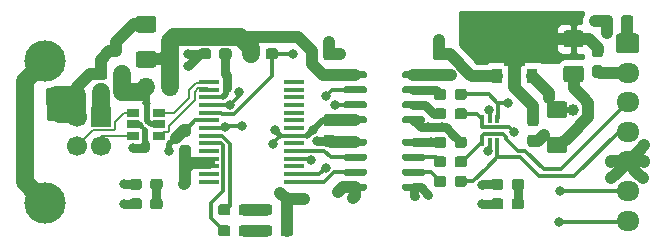
<source format=gbr>
G04 #@! TF.GenerationSoftware,KiCad,Pcbnew,(5.1.7)-1*
G04 #@! TF.CreationDate,2020-10-20T19:41:26+02:00*
G04 #@! TF.ProjectId,EQMOD_DIRECT_Isolated,45514d4f-445f-4444-9952-4543545f4973,rev?*
G04 #@! TF.SameCoordinates,Original*
G04 #@! TF.FileFunction,Copper,L1,Top*
G04 #@! TF.FilePolarity,Positive*
%FSLAX46Y46*%
G04 Gerber Fmt 4.6, Leading zero omitted, Abs format (unit mm)*
G04 Created by KiCad (PCBNEW (5.1.7)-1) date 2020-10-20 19:41:26*
%MOMM*%
%LPD*%
G01*
G04 APERTURE LIST*
G04 #@! TA.AperFunction,ComponentPad*
%ADD10O,1.950000X1.700000*%
G04 #@! TD*
G04 #@! TA.AperFunction,SMDPad,CuDef*
%ADD11R,0.900000X1.300000*%
G04 #@! TD*
G04 #@! TA.AperFunction,SMDPad,CuDef*
%ADD12C,0.100000*%
G04 #@! TD*
G04 #@! TA.AperFunction,ComponentPad*
%ADD13R,1.700000X1.700000*%
G04 #@! TD*
G04 #@! TA.AperFunction,ComponentPad*
%ADD14C,1.700000*%
G04 #@! TD*
G04 #@! TA.AperFunction,ComponentPad*
%ADD15C,3.500000*%
G04 #@! TD*
G04 #@! TA.AperFunction,SMDPad,CuDef*
%ADD16R,1.750000X0.450000*%
G04 #@! TD*
G04 #@! TA.AperFunction,SMDPad,CuDef*
%ADD17R,1.060000X0.650000*%
G04 #@! TD*
G04 #@! TA.AperFunction,SMDPad,CuDef*
%ADD18R,0.400000X0.650000*%
G04 #@! TD*
G04 #@! TA.AperFunction,ViaPad*
%ADD19C,0.800000*%
G04 #@! TD*
G04 #@! TA.AperFunction,ViaPad*
%ADD20C,1.000000*%
G04 #@! TD*
G04 #@! TA.AperFunction,Conductor*
%ADD21C,0.500000*%
G04 #@! TD*
G04 #@! TA.AperFunction,Conductor*
%ADD22C,1.500000*%
G04 #@! TD*
G04 #@! TA.AperFunction,Conductor*
%ADD23C,1.000000*%
G04 #@! TD*
G04 #@! TA.AperFunction,Conductor*
%ADD24C,0.300000*%
G04 #@! TD*
G04 #@! TA.AperFunction,Conductor*
%ADD25C,0.750000*%
G04 #@! TD*
G04 #@! TA.AperFunction,Conductor*
%ADD26C,0.200000*%
G04 #@! TD*
G04 #@! TA.AperFunction,Conductor*
%ADD27C,0.254000*%
G04 #@! TD*
G04 #@! TA.AperFunction,Conductor*
%ADD28C,0.100000*%
G04 #@! TD*
G04 APERTURE END LIST*
D10*
X144907000Y-107837000D03*
X144907000Y-105337000D03*
X144907000Y-102837000D03*
X144907000Y-100337000D03*
X144907000Y-97837000D03*
X144907000Y-95337000D03*
G04 #@! TA.AperFunction,ComponentPad*
G36*
G01*
X144182000Y-91987000D02*
X145632000Y-91987000D01*
G75*
G02*
X145882000Y-92237000I0J-250000D01*
G01*
X145882000Y-93437000D01*
G75*
G02*
X145632000Y-93687000I-250000J0D01*
G01*
X144182000Y-93687000D01*
G75*
G02*
X143932000Y-93437000I0J250000D01*
G01*
X143932000Y-92237000D01*
G75*
G02*
X144182000Y-91987000I250000J0D01*
G01*
G37*
G04 #@! TD.AperFunction*
G04 #@! TA.AperFunction,SMDPad,CuDef*
G36*
G01*
X142604000Y-91169500D02*
X142604000Y-90694500D01*
G75*
G02*
X142841500Y-90457000I237500J0D01*
G01*
X143416500Y-90457000D01*
G75*
G02*
X143654000Y-90694500I0J-237500D01*
G01*
X143654000Y-91169500D01*
G75*
G02*
X143416500Y-91407000I-237500J0D01*
G01*
X142841500Y-91407000D01*
G75*
G02*
X142604000Y-91169500I0J237500D01*
G01*
G37*
G04 #@! TD.AperFunction*
G04 #@! TA.AperFunction,SMDPad,CuDef*
G36*
G01*
X144354000Y-91169500D02*
X144354000Y-90694500D01*
G75*
G02*
X144591500Y-90457000I237500J0D01*
G01*
X145166500Y-90457000D01*
G75*
G02*
X145404000Y-90694500I0J-237500D01*
G01*
X145404000Y-91169500D01*
G75*
G02*
X145166500Y-91407000I-237500J0D01*
G01*
X144591500Y-91407000D01*
G75*
G02*
X144354000Y-91169500I0J237500D01*
G01*
G37*
G04 #@! TD.AperFunction*
G04 #@! TA.AperFunction,SMDPad,CuDef*
G36*
G01*
X142129500Y-92947000D02*
X142604500Y-92947000D01*
G75*
G02*
X142842000Y-93184500I0J-237500D01*
G01*
X142842000Y-93759500D01*
G75*
G02*
X142604500Y-93997000I-237500J0D01*
G01*
X142129500Y-93997000D01*
G75*
G02*
X141892000Y-93759500I0J237500D01*
G01*
X141892000Y-93184500D01*
G75*
G02*
X142129500Y-92947000I237500J0D01*
G01*
G37*
G04 #@! TD.AperFunction*
G04 #@! TA.AperFunction,SMDPad,CuDef*
G36*
G01*
X142129500Y-94697000D02*
X142604500Y-94697000D01*
G75*
G02*
X142842000Y-94934500I0J-237500D01*
G01*
X142842000Y-95509500D01*
G75*
G02*
X142604500Y-95747000I-237500J0D01*
G01*
X142129500Y-95747000D01*
G75*
G02*
X141892000Y-95509500I0J237500D01*
G01*
X141892000Y-94934500D01*
G75*
G02*
X142129500Y-94697000I237500J0D01*
G01*
G37*
G04 #@! TD.AperFunction*
D11*
X133818500Y-95591500D03*
X136818500Y-95591500D03*
G04 #@! TA.AperFunction,SMDPad,CuDef*
D12*
G36*
X136185000Y-91641500D02*
G01*
X136185000Y-94766500D01*
X135768500Y-94766500D01*
X135768500Y-96241500D01*
X134868500Y-96241500D01*
X134868500Y-94766500D01*
X134452000Y-94766500D01*
X134452000Y-91641500D01*
X136185000Y-91641500D01*
G37*
G04 #@! TD.AperFunction*
D13*
X100330000Y-99060000D03*
D14*
X100330000Y-101560000D03*
X98330000Y-101560000D03*
X98330000Y-99060000D03*
D15*
X95620000Y-94290000D03*
X95620000Y-106330000D03*
D16*
X116630000Y-104555000D03*
X116630000Y-103905000D03*
X116630000Y-103255000D03*
X116630000Y-102605000D03*
X116630000Y-101955000D03*
X116630000Y-101305000D03*
X116630000Y-100655000D03*
X116630000Y-100005000D03*
X116630000Y-99355000D03*
X116630000Y-98705000D03*
X116630000Y-98055000D03*
X116630000Y-97405000D03*
X116630000Y-96755000D03*
X116630000Y-96105000D03*
X109430000Y-96105000D03*
X109430000Y-96755000D03*
X109430000Y-97405000D03*
X109430000Y-98055000D03*
X109430000Y-98705000D03*
X109430000Y-99355000D03*
X109430000Y-100005000D03*
X109430000Y-100655000D03*
X109430000Y-101305000D03*
X109430000Y-101955000D03*
X109430000Y-102605000D03*
X109430000Y-103255000D03*
X109430000Y-103905000D03*
X109430000Y-104555000D03*
G04 #@! TA.AperFunction,SMDPad,CuDef*
G36*
G01*
X102593600Y-95215700D02*
X102593600Y-95690700D01*
G75*
G02*
X102356100Y-95928200I-237500J0D01*
G01*
X101781100Y-95928200D01*
G75*
G02*
X101543600Y-95690700I0J237500D01*
G01*
X101543600Y-95215700D01*
G75*
G02*
X101781100Y-94978200I237500J0D01*
G01*
X102356100Y-94978200D01*
G75*
G02*
X102593600Y-95215700I0J-237500D01*
G01*
G37*
G04 #@! TD.AperFunction*
G04 #@! TA.AperFunction,SMDPad,CuDef*
G36*
G01*
X100843600Y-95215700D02*
X100843600Y-95690700D01*
G75*
G02*
X100606100Y-95928200I-237500J0D01*
G01*
X100031100Y-95928200D01*
G75*
G02*
X99793600Y-95690700I0J237500D01*
G01*
X99793600Y-95215700D01*
G75*
G02*
X100031100Y-94978200I237500J0D01*
G01*
X100606100Y-94978200D01*
G75*
G02*
X100843600Y-95215700I0J-237500D01*
G01*
G37*
G04 #@! TD.AperFunction*
G04 #@! TA.AperFunction,SMDPad,CuDef*
G36*
G01*
X104490000Y-106663500D02*
X104490000Y-106188500D01*
G75*
G02*
X104727500Y-105951000I237500J0D01*
G01*
X105302500Y-105951000D01*
G75*
G02*
X105540000Y-106188500I0J-237500D01*
G01*
X105540000Y-106663500D01*
G75*
G02*
X105302500Y-106901000I-237500J0D01*
G01*
X104727500Y-106901000D01*
G75*
G02*
X104490000Y-106663500I0J237500D01*
G01*
G37*
G04 #@! TD.AperFunction*
G04 #@! TA.AperFunction,SMDPad,CuDef*
G36*
G01*
X102740000Y-106663500D02*
X102740000Y-106188500D01*
G75*
G02*
X102977500Y-105951000I237500J0D01*
G01*
X103552500Y-105951000D01*
G75*
G02*
X103790000Y-106188500I0J-237500D01*
G01*
X103790000Y-106663500D01*
G75*
G02*
X103552500Y-106901000I-237500J0D01*
G01*
X102977500Y-106901000D01*
G75*
G02*
X102740000Y-106663500I0J237500D01*
G01*
G37*
G04 #@! TD.AperFunction*
G04 #@! TA.AperFunction,SMDPad,CuDef*
G36*
G01*
X105540000Y-104537500D02*
X105540000Y-105012500D01*
G75*
G02*
X105302500Y-105250000I-237500J0D01*
G01*
X104727500Y-105250000D01*
G75*
G02*
X104490000Y-105012500I0J237500D01*
G01*
X104490000Y-104537500D01*
G75*
G02*
X104727500Y-104300000I237500J0D01*
G01*
X105302500Y-104300000D01*
G75*
G02*
X105540000Y-104537500I0J-237500D01*
G01*
G37*
G04 #@! TD.AperFunction*
G04 #@! TA.AperFunction,SMDPad,CuDef*
G36*
G01*
X103790000Y-104537500D02*
X103790000Y-105012500D01*
G75*
G02*
X103552500Y-105250000I-237500J0D01*
G01*
X102977500Y-105250000D01*
G75*
G02*
X102740000Y-105012500I0J237500D01*
G01*
X102740000Y-104537500D01*
G75*
G02*
X102977500Y-104300000I237500J0D01*
G01*
X103552500Y-104300000D01*
G75*
G02*
X103790000Y-104537500I0J-237500D01*
G01*
G37*
G04 #@! TD.AperFunction*
G04 #@! TA.AperFunction,SMDPad,CuDef*
G36*
G01*
X104765000Y-94910000D02*
X103515000Y-94910000D01*
G75*
G02*
X103265000Y-94660000I0J250000D01*
G01*
X103265000Y-93735000D01*
G75*
G02*
X103515000Y-93485000I250000J0D01*
G01*
X104765000Y-93485000D01*
G75*
G02*
X105015000Y-93735000I0J-250000D01*
G01*
X105015000Y-94660000D01*
G75*
G02*
X104765000Y-94910000I-250000J0D01*
G01*
G37*
G04 #@! TD.AperFunction*
G04 #@! TA.AperFunction,SMDPad,CuDef*
G36*
G01*
X104765000Y-91935000D02*
X103515000Y-91935000D01*
G75*
G02*
X103265000Y-91685000I0J250000D01*
G01*
X103265000Y-90760000D01*
G75*
G02*
X103515000Y-90510000I250000J0D01*
G01*
X104765000Y-90510000D01*
G75*
G02*
X105015000Y-90760000I0J-250000D01*
G01*
X105015000Y-91685000D01*
G75*
G02*
X104765000Y-91935000I-250000J0D01*
G01*
G37*
G04 #@! TD.AperFunction*
G04 #@! TA.AperFunction,SMDPad,CuDef*
G36*
G01*
X109632000Y-93488500D02*
X109632000Y-93963500D01*
G75*
G02*
X109394500Y-94201000I-237500J0D01*
G01*
X108819500Y-94201000D01*
G75*
G02*
X108582000Y-93963500I0J237500D01*
G01*
X108582000Y-93488500D01*
G75*
G02*
X108819500Y-93251000I237500J0D01*
G01*
X109394500Y-93251000D01*
G75*
G02*
X109632000Y-93488500I0J-237500D01*
G01*
G37*
G04 #@! TD.AperFunction*
G04 #@! TA.AperFunction,SMDPad,CuDef*
G36*
G01*
X111382000Y-93488500D02*
X111382000Y-93963500D01*
G75*
G02*
X111144500Y-94201000I-237500J0D01*
G01*
X110569500Y-94201000D01*
G75*
G02*
X110332000Y-93963500I0J237500D01*
G01*
X110332000Y-93488500D01*
G75*
G02*
X110569500Y-93251000I237500J0D01*
G01*
X111144500Y-93251000D01*
G75*
G02*
X111382000Y-93488500I0J-237500D01*
G01*
G37*
G04 #@! TD.AperFunction*
G04 #@! TA.AperFunction,SMDPad,CuDef*
G36*
G01*
X107204500Y-99692000D02*
X107679500Y-99692000D01*
G75*
G02*
X107917000Y-99929500I0J-237500D01*
G01*
X107917000Y-100504500D01*
G75*
G02*
X107679500Y-100742000I-237500J0D01*
G01*
X107204500Y-100742000D01*
G75*
G02*
X106967000Y-100504500I0J237500D01*
G01*
X106967000Y-99929500D01*
G75*
G02*
X107204500Y-99692000I237500J0D01*
G01*
G37*
G04 #@! TD.AperFunction*
G04 #@! TA.AperFunction,SMDPad,CuDef*
G36*
G01*
X107204500Y-101442000D02*
X107679500Y-101442000D01*
G75*
G02*
X107917000Y-101679500I0J-237500D01*
G01*
X107917000Y-102254500D01*
G75*
G02*
X107679500Y-102492000I-237500J0D01*
G01*
X107204500Y-102492000D01*
G75*
G02*
X106967000Y-102254500I0J237500D01*
G01*
X106967000Y-101679500D01*
G75*
G02*
X107204500Y-101442000I237500J0D01*
G01*
G37*
G04 #@! TD.AperFunction*
G04 #@! TA.AperFunction,SMDPad,CuDef*
G36*
G01*
X136668500Y-100567000D02*
X137143500Y-100567000D01*
G75*
G02*
X137381000Y-100804500I0J-237500D01*
G01*
X137381000Y-101379500D01*
G75*
G02*
X137143500Y-101617000I-237500J0D01*
G01*
X136668500Y-101617000D01*
G75*
G02*
X136431000Y-101379500I0J237500D01*
G01*
X136431000Y-100804500D01*
G75*
G02*
X136668500Y-100567000I237500J0D01*
G01*
G37*
G04 #@! TD.AperFunction*
G04 #@! TA.AperFunction,SMDPad,CuDef*
G36*
G01*
X136668500Y-98817000D02*
X137143500Y-98817000D01*
G75*
G02*
X137381000Y-99054500I0J-237500D01*
G01*
X137381000Y-99629500D01*
G75*
G02*
X137143500Y-99867000I-237500J0D01*
G01*
X136668500Y-99867000D01*
G75*
G02*
X136431000Y-99629500I0J237500D01*
G01*
X136431000Y-99054500D01*
G75*
G02*
X136668500Y-98817000I237500J0D01*
G01*
G37*
G04 #@! TD.AperFunction*
G04 #@! TA.AperFunction,SMDPad,CuDef*
G36*
G01*
X133347000Y-106663500D02*
X133347000Y-106188500D01*
G75*
G02*
X133584500Y-105951000I237500J0D01*
G01*
X134159500Y-105951000D01*
G75*
G02*
X134397000Y-106188500I0J-237500D01*
G01*
X134397000Y-106663500D01*
G75*
G02*
X134159500Y-106901000I-237500J0D01*
G01*
X133584500Y-106901000D01*
G75*
G02*
X133347000Y-106663500I0J237500D01*
G01*
G37*
G04 #@! TD.AperFunction*
G04 #@! TA.AperFunction,SMDPad,CuDef*
G36*
G01*
X135097000Y-106663500D02*
X135097000Y-106188500D01*
G75*
G02*
X135334500Y-105951000I237500J0D01*
G01*
X135909500Y-105951000D01*
G75*
G02*
X136147000Y-106188500I0J-237500D01*
G01*
X136147000Y-106663500D01*
G75*
G02*
X135909500Y-106901000I-237500J0D01*
G01*
X135334500Y-106901000D01*
G75*
G02*
X135097000Y-106663500I0J237500D01*
G01*
G37*
G04 #@! TD.AperFunction*
G04 #@! TA.AperFunction,SMDPad,CuDef*
G36*
G01*
X111983000Y-108949500D02*
X111983000Y-108474500D01*
G75*
G02*
X112220500Y-108237000I237500J0D01*
G01*
X112795500Y-108237000D01*
G75*
G02*
X113033000Y-108474500I0J-237500D01*
G01*
X113033000Y-108949500D01*
G75*
G02*
X112795500Y-109187000I-237500J0D01*
G01*
X112220500Y-109187000D01*
G75*
G02*
X111983000Y-108949500I0J237500D01*
G01*
G37*
G04 #@! TD.AperFunction*
G04 #@! TA.AperFunction,SMDPad,CuDef*
G36*
G01*
X110233000Y-108949500D02*
X110233000Y-108474500D01*
G75*
G02*
X110470500Y-108237000I237500J0D01*
G01*
X111045500Y-108237000D01*
G75*
G02*
X111283000Y-108474500I0J-237500D01*
G01*
X111283000Y-108949500D01*
G75*
G02*
X111045500Y-109187000I-237500J0D01*
G01*
X110470500Y-109187000D01*
G75*
G02*
X110233000Y-108949500I0J237500D01*
G01*
G37*
G04 #@! TD.AperFunction*
G04 #@! TA.AperFunction,SMDPad,CuDef*
G36*
G01*
X110233000Y-107171500D02*
X110233000Y-106696500D01*
G75*
G02*
X110470500Y-106459000I237500J0D01*
G01*
X111045500Y-106459000D01*
G75*
G02*
X111283000Y-106696500I0J-237500D01*
G01*
X111283000Y-107171500D01*
G75*
G02*
X111045500Y-107409000I-237500J0D01*
G01*
X110470500Y-107409000D01*
G75*
G02*
X110233000Y-107171500I0J237500D01*
G01*
G37*
G04 #@! TD.AperFunction*
G04 #@! TA.AperFunction,SMDPad,CuDef*
G36*
G01*
X111983000Y-107171500D02*
X111983000Y-106696500D01*
G75*
G02*
X112220500Y-106459000I237500J0D01*
G01*
X112795500Y-106459000D01*
G75*
G02*
X113033000Y-106696500I0J-237500D01*
G01*
X113033000Y-107171500D01*
G75*
G02*
X112795500Y-107409000I-237500J0D01*
G01*
X112220500Y-107409000D01*
G75*
G02*
X111983000Y-107171500I0J237500D01*
G01*
G37*
G04 #@! TD.AperFunction*
G04 #@! TA.AperFunction,SMDPad,CuDef*
G36*
G01*
X101543600Y-97214700D02*
X101543600Y-96739700D01*
G75*
G02*
X101781100Y-96502200I237500J0D01*
G01*
X102356100Y-96502200D01*
G75*
G02*
X102593600Y-96739700I0J-237500D01*
G01*
X102593600Y-97214700D01*
G75*
G02*
X102356100Y-97452200I-237500J0D01*
G01*
X101781100Y-97452200D01*
G75*
G02*
X101543600Y-97214700I0J237500D01*
G01*
G37*
G04 #@! TD.AperFunction*
G04 #@! TA.AperFunction,SMDPad,CuDef*
G36*
G01*
X99793600Y-97214700D02*
X99793600Y-96739700D01*
G75*
G02*
X100031100Y-96502200I237500J0D01*
G01*
X100606100Y-96502200D01*
G75*
G02*
X100843600Y-96739700I0J-237500D01*
G01*
X100843600Y-97214700D01*
G75*
G02*
X100606100Y-97452200I-237500J0D01*
G01*
X100031100Y-97452200D01*
G75*
G02*
X99793600Y-97214700I0J237500D01*
G01*
G37*
G04 #@! TD.AperFunction*
G04 #@! TA.AperFunction,SMDPad,CuDef*
G36*
G01*
X106756000Y-96069999D02*
X106756000Y-96970001D01*
G75*
G02*
X106506001Y-97220000I-249999J0D01*
G01*
X105855999Y-97220000D01*
G75*
G02*
X105606000Y-96970001I0J249999D01*
G01*
X105606000Y-96069999D01*
G75*
G02*
X105855999Y-95820000I249999J0D01*
G01*
X106506001Y-95820000D01*
G75*
G02*
X106756000Y-96069999I0J-249999D01*
G01*
G37*
G04 #@! TD.AperFunction*
G04 #@! TA.AperFunction,SMDPad,CuDef*
G36*
G01*
X104706000Y-96069999D02*
X104706000Y-96970001D01*
G75*
G02*
X104456001Y-97220000I-249999J0D01*
G01*
X103805999Y-97220000D01*
G75*
G02*
X103556000Y-96970001I0J249999D01*
G01*
X103556000Y-96069999D01*
G75*
G02*
X103805999Y-95820000I249999J0D01*
G01*
X104456001Y-95820000D01*
G75*
G02*
X104706000Y-96069999I0J-249999D01*
G01*
G37*
G04 #@! TD.AperFunction*
G04 #@! TA.AperFunction,SMDPad,CuDef*
G36*
G01*
X134397000Y-104537500D02*
X134397000Y-105012500D01*
G75*
G02*
X134159500Y-105250000I-237500J0D01*
G01*
X133584500Y-105250000D01*
G75*
G02*
X133347000Y-105012500I0J237500D01*
G01*
X133347000Y-104537500D01*
G75*
G02*
X133584500Y-104300000I237500J0D01*
G01*
X134159500Y-104300000D01*
G75*
G02*
X134397000Y-104537500I0J-237500D01*
G01*
G37*
G04 #@! TD.AperFunction*
G04 #@! TA.AperFunction,SMDPad,CuDef*
G36*
G01*
X136147000Y-104537500D02*
X136147000Y-105012500D01*
G75*
G02*
X135909500Y-105250000I-237500J0D01*
G01*
X135334500Y-105250000D01*
G75*
G02*
X135097000Y-105012500I0J237500D01*
G01*
X135097000Y-104537500D01*
G75*
G02*
X135334500Y-104300000I237500J0D01*
G01*
X135909500Y-104300000D01*
G75*
G02*
X136147000Y-104537500I0J-237500D01*
G01*
G37*
G04 #@! TD.AperFunction*
G04 #@! TA.AperFunction,SMDPad,CuDef*
G36*
G01*
X114825000Y-108474500D02*
X114825000Y-108949500D01*
G75*
G02*
X114587500Y-109187000I-237500J0D01*
G01*
X114012500Y-109187000D01*
G75*
G02*
X113775000Y-108949500I0J237500D01*
G01*
X113775000Y-108474500D01*
G75*
G02*
X114012500Y-108237000I237500J0D01*
G01*
X114587500Y-108237000D01*
G75*
G02*
X114825000Y-108474500I0J-237500D01*
G01*
G37*
G04 #@! TD.AperFunction*
G04 #@! TA.AperFunction,SMDPad,CuDef*
G36*
G01*
X116575000Y-108474500D02*
X116575000Y-108949500D01*
G75*
G02*
X116337500Y-109187000I-237500J0D01*
G01*
X115762500Y-109187000D01*
G75*
G02*
X115525000Y-108949500I0J237500D01*
G01*
X115525000Y-108474500D01*
G75*
G02*
X115762500Y-108237000I237500J0D01*
G01*
X116337500Y-108237000D01*
G75*
G02*
X116575000Y-108474500I0J-237500D01*
G01*
G37*
G04 #@! TD.AperFunction*
G04 #@! TA.AperFunction,SMDPad,CuDef*
G36*
G01*
X116575000Y-106696500D02*
X116575000Y-107171500D01*
G75*
G02*
X116337500Y-107409000I-237500J0D01*
G01*
X115762500Y-107409000D01*
G75*
G02*
X115525000Y-107171500I0J237500D01*
G01*
X115525000Y-106696500D01*
G75*
G02*
X115762500Y-106459000I237500J0D01*
G01*
X116337500Y-106459000D01*
G75*
G02*
X116575000Y-106696500I0J-237500D01*
G01*
G37*
G04 #@! TD.AperFunction*
G04 #@! TA.AperFunction,SMDPad,CuDef*
G36*
G01*
X114825000Y-106696500D02*
X114825000Y-107171500D01*
G75*
G02*
X114587500Y-107409000I-237500J0D01*
G01*
X114012500Y-107409000D01*
G75*
G02*
X113775000Y-107171500I0J237500D01*
G01*
X113775000Y-106696500D01*
G75*
G02*
X114012500Y-106459000I237500J0D01*
G01*
X114587500Y-106459000D01*
G75*
G02*
X114825000Y-106696500I0J-237500D01*
G01*
G37*
G04 #@! TD.AperFunction*
G04 #@! TA.AperFunction,SMDPad,CuDef*
G36*
G01*
X131307000Y-104283500D02*
X131307000Y-104758500D01*
G75*
G02*
X131069500Y-104996000I-237500J0D01*
G01*
X130494500Y-104996000D01*
G75*
G02*
X130257000Y-104758500I0J237500D01*
G01*
X130257000Y-104283500D01*
G75*
G02*
X130494500Y-104046000I237500J0D01*
G01*
X131069500Y-104046000D01*
G75*
G02*
X131307000Y-104283500I0J-237500D01*
G01*
G37*
G04 #@! TD.AperFunction*
G04 #@! TA.AperFunction,SMDPad,CuDef*
G36*
G01*
X129557000Y-104283500D02*
X129557000Y-104758500D01*
G75*
G02*
X129319500Y-104996000I-237500J0D01*
G01*
X128744500Y-104996000D01*
G75*
G02*
X128507000Y-104758500I0J237500D01*
G01*
X128507000Y-104283500D01*
G75*
G02*
X128744500Y-104046000I237500J0D01*
G01*
X129319500Y-104046000D01*
G75*
G02*
X129557000Y-104283500I0J-237500D01*
G01*
G37*
G04 #@! TD.AperFunction*
G04 #@! TA.AperFunction,SMDPad,CuDef*
G36*
G01*
X129557000Y-102632500D02*
X129557000Y-103107500D01*
G75*
G02*
X129319500Y-103345000I-237500J0D01*
G01*
X128744500Y-103345000D01*
G75*
G02*
X128507000Y-103107500I0J237500D01*
G01*
X128507000Y-102632500D01*
G75*
G02*
X128744500Y-102395000I237500J0D01*
G01*
X129319500Y-102395000D01*
G75*
G02*
X129557000Y-102632500I0J-237500D01*
G01*
G37*
G04 #@! TD.AperFunction*
G04 #@! TA.AperFunction,SMDPad,CuDef*
G36*
G01*
X131307000Y-102632500D02*
X131307000Y-103107500D01*
G75*
G02*
X131069500Y-103345000I-237500J0D01*
G01*
X130494500Y-103345000D01*
G75*
G02*
X130257000Y-103107500I0J237500D01*
G01*
X130257000Y-102632500D01*
G75*
G02*
X130494500Y-102395000I237500J0D01*
G01*
X131069500Y-102395000D01*
G75*
G02*
X131307000Y-102632500I0J-237500D01*
G01*
G37*
G04 #@! TD.AperFunction*
D17*
X103040000Y-98745000D03*
X103040000Y-99695000D03*
X103040000Y-100645000D03*
X105240000Y-100645000D03*
X105240000Y-98745000D03*
X105240000Y-99695000D03*
G04 #@! TA.AperFunction,SMDPad,CuDef*
G36*
G01*
X120883000Y-101369000D02*
X120883000Y-101069000D01*
G75*
G02*
X121033000Y-100919000I150000J0D01*
G01*
X122683000Y-100919000D01*
G75*
G02*
X122833000Y-101069000I0J-150000D01*
G01*
X122833000Y-101369000D01*
G75*
G02*
X122683000Y-101519000I-150000J0D01*
G01*
X121033000Y-101519000D01*
G75*
G02*
X120883000Y-101369000I0J150000D01*
G01*
G37*
G04 #@! TD.AperFunction*
G04 #@! TA.AperFunction,SMDPad,CuDef*
G36*
G01*
X120883000Y-102639000D02*
X120883000Y-102339000D01*
G75*
G02*
X121033000Y-102189000I150000J0D01*
G01*
X122683000Y-102189000D01*
G75*
G02*
X122833000Y-102339000I0J-150000D01*
G01*
X122833000Y-102639000D01*
G75*
G02*
X122683000Y-102789000I-150000J0D01*
G01*
X121033000Y-102789000D01*
G75*
G02*
X120883000Y-102639000I0J150000D01*
G01*
G37*
G04 #@! TD.AperFunction*
G04 #@! TA.AperFunction,SMDPad,CuDef*
G36*
G01*
X120883000Y-103909000D02*
X120883000Y-103609000D01*
G75*
G02*
X121033000Y-103459000I150000J0D01*
G01*
X122683000Y-103459000D01*
G75*
G02*
X122833000Y-103609000I0J-150000D01*
G01*
X122833000Y-103909000D01*
G75*
G02*
X122683000Y-104059000I-150000J0D01*
G01*
X121033000Y-104059000D01*
G75*
G02*
X120883000Y-103909000I0J150000D01*
G01*
G37*
G04 #@! TD.AperFunction*
G04 #@! TA.AperFunction,SMDPad,CuDef*
G36*
G01*
X120883000Y-105179000D02*
X120883000Y-104879000D01*
G75*
G02*
X121033000Y-104729000I150000J0D01*
G01*
X122683000Y-104729000D01*
G75*
G02*
X122833000Y-104879000I0J-150000D01*
G01*
X122833000Y-105179000D01*
G75*
G02*
X122683000Y-105329000I-150000J0D01*
G01*
X121033000Y-105329000D01*
G75*
G02*
X120883000Y-105179000I0J150000D01*
G01*
G37*
G04 #@! TD.AperFunction*
G04 #@! TA.AperFunction,SMDPad,CuDef*
G36*
G01*
X125833000Y-105179000D02*
X125833000Y-104879000D01*
G75*
G02*
X125983000Y-104729000I150000J0D01*
G01*
X127633000Y-104729000D01*
G75*
G02*
X127783000Y-104879000I0J-150000D01*
G01*
X127783000Y-105179000D01*
G75*
G02*
X127633000Y-105329000I-150000J0D01*
G01*
X125983000Y-105329000D01*
G75*
G02*
X125833000Y-105179000I0J150000D01*
G01*
G37*
G04 #@! TD.AperFunction*
G04 #@! TA.AperFunction,SMDPad,CuDef*
G36*
G01*
X125833000Y-103909000D02*
X125833000Y-103609000D01*
G75*
G02*
X125983000Y-103459000I150000J0D01*
G01*
X127633000Y-103459000D01*
G75*
G02*
X127783000Y-103609000I0J-150000D01*
G01*
X127783000Y-103909000D01*
G75*
G02*
X127633000Y-104059000I-150000J0D01*
G01*
X125983000Y-104059000D01*
G75*
G02*
X125833000Y-103909000I0J150000D01*
G01*
G37*
G04 #@! TD.AperFunction*
G04 #@! TA.AperFunction,SMDPad,CuDef*
G36*
G01*
X125833000Y-102639000D02*
X125833000Y-102339000D01*
G75*
G02*
X125983000Y-102189000I150000J0D01*
G01*
X127633000Y-102189000D01*
G75*
G02*
X127783000Y-102339000I0J-150000D01*
G01*
X127783000Y-102639000D01*
G75*
G02*
X127633000Y-102789000I-150000J0D01*
G01*
X125983000Y-102789000D01*
G75*
G02*
X125833000Y-102639000I0J150000D01*
G01*
G37*
G04 #@! TD.AperFunction*
G04 #@! TA.AperFunction,SMDPad,CuDef*
G36*
G01*
X125833000Y-101369000D02*
X125833000Y-101069000D01*
G75*
G02*
X125983000Y-100919000I150000J0D01*
G01*
X127633000Y-100919000D01*
G75*
G02*
X127783000Y-101069000I0J-150000D01*
G01*
X127783000Y-101369000D01*
G75*
G02*
X127633000Y-101519000I-150000J0D01*
G01*
X125983000Y-101519000D01*
G75*
G02*
X125833000Y-101369000I0J150000D01*
G01*
G37*
G04 #@! TD.AperFunction*
G04 #@! TA.AperFunction,SMDPad,CuDef*
G36*
G01*
X138313000Y-97749000D02*
X139563000Y-97749000D01*
G75*
G02*
X139813000Y-97999000I0J-250000D01*
G01*
X139813000Y-98924000D01*
G75*
G02*
X139563000Y-99174000I-250000J0D01*
G01*
X138313000Y-99174000D01*
G75*
G02*
X138063000Y-98924000I0J250000D01*
G01*
X138063000Y-97999000D01*
G75*
G02*
X138313000Y-97749000I250000J0D01*
G01*
G37*
G04 #@! TD.AperFunction*
G04 #@! TA.AperFunction,SMDPad,CuDef*
G36*
G01*
X138313000Y-100724000D02*
X139563000Y-100724000D01*
G75*
G02*
X139813000Y-100974000I0J-250000D01*
G01*
X139813000Y-101899000D01*
G75*
G02*
X139563000Y-102149000I-250000J0D01*
G01*
X138313000Y-102149000D01*
G75*
G02*
X138063000Y-101899000I0J250000D01*
G01*
X138063000Y-100974000D01*
G75*
G02*
X138313000Y-100724000I250000J0D01*
G01*
G37*
G04 #@! TD.AperFunction*
G04 #@! TA.AperFunction,SMDPad,CuDef*
G36*
G01*
X131307000Y-100981500D02*
X131307000Y-101456500D01*
G75*
G02*
X131069500Y-101694000I-237500J0D01*
G01*
X130494500Y-101694000D01*
G75*
G02*
X130257000Y-101456500I0J237500D01*
G01*
X130257000Y-100981500D01*
G75*
G02*
X130494500Y-100744000I237500J0D01*
G01*
X131069500Y-100744000D01*
G75*
G02*
X131307000Y-100981500I0J-237500D01*
G01*
G37*
G04 #@! TD.AperFunction*
G04 #@! TA.AperFunction,SMDPad,CuDef*
G36*
G01*
X129557000Y-100981500D02*
X129557000Y-101456500D01*
G75*
G02*
X129319500Y-101694000I-237500J0D01*
G01*
X128744500Y-101694000D01*
G75*
G02*
X128507000Y-101456500I0J237500D01*
G01*
X128507000Y-100981500D01*
G75*
G02*
X128744500Y-100744000I237500J0D01*
G01*
X129319500Y-100744000D01*
G75*
G02*
X129557000Y-100981500I0J-237500D01*
G01*
G37*
G04 #@! TD.AperFunction*
G04 #@! TA.AperFunction,SMDPad,CuDef*
G36*
G01*
X139710000Y-94718500D02*
X140960000Y-94718500D01*
G75*
G02*
X141210000Y-94968500I0J-250000D01*
G01*
X141210000Y-95893500D01*
G75*
G02*
X140960000Y-96143500I-250000J0D01*
G01*
X139710000Y-96143500D01*
G75*
G02*
X139460000Y-95893500I0J250000D01*
G01*
X139460000Y-94968500D01*
G75*
G02*
X139710000Y-94718500I250000J0D01*
G01*
G37*
G04 #@! TD.AperFunction*
G04 #@! TA.AperFunction,SMDPad,CuDef*
G36*
G01*
X139710000Y-91743500D02*
X140960000Y-91743500D01*
G75*
G02*
X141210000Y-91993500I0J-250000D01*
G01*
X141210000Y-92918500D01*
G75*
G02*
X140960000Y-93168500I-250000J0D01*
G01*
X139710000Y-93168500D01*
G75*
G02*
X139460000Y-92918500I0J250000D01*
G01*
X139460000Y-91993500D01*
G75*
G02*
X139710000Y-91743500I250000J0D01*
G01*
G37*
G04 #@! TD.AperFunction*
G04 #@! TA.AperFunction,SMDPad,CuDef*
G36*
G01*
X128667500Y-93229000D02*
X129142500Y-93229000D01*
G75*
G02*
X129380000Y-93466500I0J-237500D01*
G01*
X129380000Y-94041500D01*
G75*
G02*
X129142500Y-94279000I-237500J0D01*
G01*
X128667500Y-94279000D01*
G75*
G02*
X128430000Y-94041500I0J237500D01*
G01*
X128430000Y-93466500D01*
G75*
G02*
X128667500Y-93229000I237500J0D01*
G01*
G37*
G04 #@! TD.AperFunction*
G04 #@! TA.AperFunction,SMDPad,CuDef*
G36*
G01*
X128667500Y-94979000D02*
X129142500Y-94979000D01*
G75*
G02*
X129380000Y-95216500I0J-237500D01*
G01*
X129380000Y-95791500D01*
G75*
G02*
X129142500Y-96029000I-237500J0D01*
G01*
X128667500Y-96029000D01*
G75*
G02*
X128430000Y-95791500I0J237500D01*
G01*
X128430000Y-95216500D01*
G75*
G02*
X128667500Y-94979000I237500J0D01*
G01*
G37*
G04 #@! TD.AperFunction*
G04 #@! TA.AperFunction,SMDPad,CuDef*
G36*
G01*
X112519000Y-93963500D02*
X112519000Y-93488500D01*
G75*
G02*
X112756500Y-93251000I237500J0D01*
G01*
X113331500Y-93251000D01*
G75*
G02*
X113569000Y-93488500I0J-237500D01*
G01*
X113569000Y-93963500D01*
G75*
G02*
X113331500Y-94201000I-237500J0D01*
G01*
X112756500Y-94201000D01*
G75*
G02*
X112519000Y-93963500I0J237500D01*
G01*
G37*
G04 #@! TD.AperFunction*
G04 #@! TA.AperFunction,SMDPad,CuDef*
G36*
G01*
X114269000Y-93963500D02*
X114269000Y-93488500D01*
G75*
G02*
X114506500Y-93251000I237500J0D01*
G01*
X115081500Y-93251000D01*
G75*
G02*
X115319000Y-93488500I0J-237500D01*
G01*
X115319000Y-93963500D01*
G75*
G02*
X115081500Y-94201000I-237500J0D01*
G01*
X114506500Y-94201000D01*
G75*
G02*
X114269000Y-93963500I0J237500D01*
G01*
G37*
G04 #@! TD.AperFunction*
G04 #@! TA.AperFunction,SMDPad,CuDef*
G36*
G01*
X129557000Y-98568500D02*
X129557000Y-99043500D01*
G75*
G02*
X129319500Y-99281000I-237500J0D01*
G01*
X128744500Y-99281000D01*
G75*
G02*
X128507000Y-99043500I0J237500D01*
G01*
X128507000Y-98568500D01*
G75*
G02*
X128744500Y-98331000I237500J0D01*
G01*
X129319500Y-98331000D01*
G75*
G02*
X129557000Y-98568500I0J-237500D01*
G01*
G37*
G04 #@! TD.AperFunction*
G04 #@! TA.AperFunction,SMDPad,CuDef*
G36*
G01*
X131307000Y-98568500D02*
X131307000Y-99043500D01*
G75*
G02*
X131069500Y-99281000I-237500J0D01*
G01*
X130494500Y-99281000D01*
G75*
G02*
X130257000Y-99043500I0J237500D01*
G01*
X130257000Y-98568500D01*
G75*
G02*
X130494500Y-98331000I237500J0D01*
G01*
X131069500Y-98331000D01*
G75*
G02*
X131307000Y-98568500I0J-237500D01*
G01*
G37*
G04 #@! TD.AperFunction*
G04 #@! TA.AperFunction,SMDPad,CuDef*
G36*
G01*
X131307000Y-96917500D02*
X131307000Y-97392500D01*
G75*
G02*
X131069500Y-97630000I-237500J0D01*
G01*
X130494500Y-97630000D01*
G75*
G02*
X130257000Y-97392500I0J237500D01*
G01*
X130257000Y-96917500D01*
G75*
G02*
X130494500Y-96680000I237500J0D01*
G01*
X131069500Y-96680000D01*
G75*
G02*
X131307000Y-96917500I0J-237500D01*
G01*
G37*
G04 #@! TD.AperFunction*
G04 #@! TA.AperFunction,SMDPad,CuDef*
G36*
G01*
X129557000Y-96917500D02*
X129557000Y-97392500D01*
G75*
G02*
X129319500Y-97630000I-237500J0D01*
G01*
X128744500Y-97630000D01*
G75*
G02*
X128507000Y-97392500I0J237500D01*
G01*
X128507000Y-96917500D01*
G75*
G02*
X128744500Y-96680000I237500J0D01*
G01*
X129319500Y-96680000D01*
G75*
G02*
X129557000Y-96917500I0J-237500D01*
G01*
G37*
G04 #@! TD.AperFunction*
G04 #@! TA.AperFunction,SMDPad,CuDef*
G36*
G01*
X120857600Y-95654000D02*
X120857600Y-95354000D01*
G75*
G02*
X121007600Y-95204000I150000J0D01*
G01*
X122657600Y-95204000D01*
G75*
G02*
X122807600Y-95354000I0J-150000D01*
G01*
X122807600Y-95654000D01*
G75*
G02*
X122657600Y-95804000I-150000J0D01*
G01*
X121007600Y-95804000D01*
G75*
G02*
X120857600Y-95654000I0J150000D01*
G01*
G37*
G04 #@! TD.AperFunction*
G04 #@! TA.AperFunction,SMDPad,CuDef*
G36*
G01*
X120857600Y-96924000D02*
X120857600Y-96624000D01*
G75*
G02*
X121007600Y-96474000I150000J0D01*
G01*
X122657600Y-96474000D01*
G75*
G02*
X122807600Y-96624000I0J-150000D01*
G01*
X122807600Y-96924000D01*
G75*
G02*
X122657600Y-97074000I-150000J0D01*
G01*
X121007600Y-97074000D01*
G75*
G02*
X120857600Y-96924000I0J150000D01*
G01*
G37*
G04 #@! TD.AperFunction*
G04 #@! TA.AperFunction,SMDPad,CuDef*
G36*
G01*
X120857600Y-98194000D02*
X120857600Y-97894000D01*
G75*
G02*
X121007600Y-97744000I150000J0D01*
G01*
X122657600Y-97744000D01*
G75*
G02*
X122807600Y-97894000I0J-150000D01*
G01*
X122807600Y-98194000D01*
G75*
G02*
X122657600Y-98344000I-150000J0D01*
G01*
X121007600Y-98344000D01*
G75*
G02*
X120857600Y-98194000I0J150000D01*
G01*
G37*
G04 #@! TD.AperFunction*
G04 #@! TA.AperFunction,SMDPad,CuDef*
G36*
G01*
X120857600Y-99464000D02*
X120857600Y-99164000D01*
G75*
G02*
X121007600Y-99014000I150000J0D01*
G01*
X122657600Y-99014000D01*
G75*
G02*
X122807600Y-99164000I0J-150000D01*
G01*
X122807600Y-99464000D01*
G75*
G02*
X122657600Y-99614000I-150000J0D01*
G01*
X121007600Y-99614000D01*
G75*
G02*
X120857600Y-99464000I0J150000D01*
G01*
G37*
G04 #@! TD.AperFunction*
G04 #@! TA.AperFunction,SMDPad,CuDef*
G36*
G01*
X125807600Y-99464000D02*
X125807600Y-99164000D01*
G75*
G02*
X125957600Y-99014000I150000J0D01*
G01*
X127607600Y-99014000D01*
G75*
G02*
X127757600Y-99164000I0J-150000D01*
G01*
X127757600Y-99464000D01*
G75*
G02*
X127607600Y-99614000I-150000J0D01*
G01*
X125957600Y-99614000D01*
G75*
G02*
X125807600Y-99464000I0J150000D01*
G01*
G37*
G04 #@! TD.AperFunction*
G04 #@! TA.AperFunction,SMDPad,CuDef*
G36*
G01*
X125807600Y-98194000D02*
X125807600Y-97894000D01*
G75*
G02*
X125957600Y-97744000I150000J0D01*
G01*
X127607600Y-97744000D01*
G75*
G02*
X127757600Y-97894000I0J-150000D01*
G01*
X127757600Y-98194000D01*
G75*
G02*
X127607600Y-98344000I-150000J0D01*
G01*
X125957600Y-98344000D01*
G75*
G02*
X125807600Y-98194000I0J150000D01*
G01*
G37*
G04 #@! TD.AperFunction*
G04 #@! TA.AperFunction,SMDPad,CuDef*
G36*
G01*
X125807600Y-96924000D02*
X125807600Y-96624000D01*
G75*
G02*
X125957600Y-96474000I150000J0D01*
G01*
X127607600Y-96474000D01*
G75*
G02*
X127757600Y-96624000I0J-150000D01*
G01*
X127757600Y-96924000D01*
G75*
G02*
X127607600Y-97074000I-150000J0D01*
G01*
X125957600Y-97074000D01*
G75*
G02*
X125807600Y-96924000I0J150000D01*
G01*
G37*
G04 #@! TD.AperFunction*
G04 #@! TA.AperFunction,SMDPad,CuDef*
G36*
G01*
X125807600Y-95654000D02*
X125807600Y-95354000D01*
G75*
G02*
X125957600Y-95204000I150000J0D01*
G01*
X127607600Y-95204000D01*
G75*
G02*
X127757600Y-95354000I0J-150000D01*
G01*
X127757600Y-95654000D01*
G75*
G02*
X127607600Y-95804000I-150000J0D01*
G01*
X125957600Y-95804000D01*
G75*
G02*
X125807600Y-95654000I0J150000D01*
G01*
G37*
G04 #@! TD.AperFunction*
D18*
X132573000Y-101153000D03*
X133873000Y-101153000D03*
X133223000Y-99253000D03*
X133223000Y-101153000D03*
X133873000Y-99253000D03*
X132573000Y-99253000D03*
G04 #@! TA.AperFunction,SMDPad,CuDef*
G36*
G01*
X119871500Y-99867000D02*
X119396500Y-99867000D01*
G75*
G02*
X119159000Y-99629500I0J237500D01*
G01*
X119159000Y-99054500D01*
G75*
G02*
X119396500Y-98817000I237500J0D01*
G01*
X119871500Y-98817000D01*
G75*
G02*
X120109000Y-99054500I0J-237500D01*
G01*
X120109000Y-99629500D01*
G75*
G02*
X119871500Y-99867000I-237500J0D01*
G01*
G37*
G04 #@! TD.AperFunction*
G04 #@! TA.AperFunction,SMDPad,CuDef*
G36*
G01*
X119871500Y-101617000D02*
X119396500Y-101617000D01*
G75*
G02*
X119159000Y-101379500I0J237500D01*
G01*
X119159000Y-100804500D01*
G75*
G02*
X119396500Y-100567000I237500J0D01*
G01*
X119871500Y-100567000D01*
G75*
G02*
X120109000Y-100804500I0J-237500D01*
G01*
X120109000Y-101379500D01*
G75*
G02*
X119871500Y-101617000I-237500J0D01*
G01*
G37*
G04 #@! TD.AperFunction*
G04 #@! TA.AperFunction,SMDPad,CuDef*
G36*
G01*
X119396500Y-93229000D02*
X119871500Y-93229000D01*
G75*
G02*
X120109000Y-93466500I0J-237500D01*
G01*
X120109000Y-94041500D01*
G75*
G02*
X119871500Y-94279000I-237500J0D01*
G01*
X119396500Y-94279000D01*
G75*
G02*
X119159000Y-94041500I0J237500D01*
G01*
X119159000Y-93466500D01*
G75*
G02*
X119396500Y-93229000I237500J0D01*
G01*
G37*
G04 #@! TD.AperFunction*
G04 #@! TA.AperFunction,SMDPad,CuDef*
G36*
G01*
X119396500Y-94979000D02*
X119871500Y-94979000D01*
G75*
G02*
X120109000Y-95216500I0J-237500D01*
G01*
X120109000Y-95791500D01*
G75*
G02*
X119871500Y-96029000I-237500J0D01*
G01*
X119396500Y-96029000D01*
G75*
G02*
X119159000Y-95791500I0J237500D01*
G01*
X119159000Y-95216500D01*
G75*
G02*
X119396500Y-94979000I237500J0D01*
G01*
G37*
G04 #@! TD.AperFunction*
D19*
X107442000Y-103486520D03*
X101594823Y-93522800D03*
X107315000Y-104775000D03*
X107696000Y-94742000D03*
X107696000Y-93726000D03*
X112268000Y-99822000D03*
X115062000Y-100203000D03*
X110786616Y-99937836D03*
X111252000Y-98044000D03*
X114909600Y-101346000D03*
X112014000Y-96926400D03*
X119634000Y-92710000D03*
X120523000Y-93726000D03*
X102870000Y-91440000D03*
X120650000Y-99314000D03*
X118237000Y-100203000D03*
X120396000Y-105410000D03*
X121666000Y-105918000D03*
X102235000Y-106426000D03*
X104013000Y-101727000D03*
X102997000Y-101727000D03*
D20*
X96774000Y-99060000D03*
X97028000Y-97790000D03*
X98330000Y-97250000D03*
D19*
X100318600Y-94626400D03*
X99341447Y-95531447D03*
X106680000Y-100838000D03*
X106533110Y-92300990D03*
X107724010Y-92300990D03*
X108994010Y-92300990D03*
X110264010Y-92300990D03*
X115500998Y-105480001D03*
X106121200Y-101955600D03*
X117476979Y-106043003D03*
X120650000Y-95504000D03*
X118205001Y-94011999D03*
X118110000Y-102705000D03*
X120523000Y-101219000D03*
X118606045Y-101132413D03*
X102235000Y-104775000D03*
D20*
X106181000Y-95495000D03*
X105511600Y-94197500D03*
D19*
X127889000Y-95504000D03*
X129921000Y-95504000D03*
X128270000Y-101219000D03*
X132610331Y-104797331D03*
X142113000Y-90932000D03*
X143129000Y-91948000D03*
D20*
X137644000Y-96417000D03*
X140298500Y-98461500D03*
D19*
X138279000Y-97433000D03*
X133167330Y-98475764D03*
X128905000Y-92583000D03*
X129794000Y-93726000D03*
X133097202Y-101982872D03*
X132945000Y-95591500D03*
X130161000Y-100598000D03*
X128016000Y-99949000D03*
X129159000Y-99949000D03*
X126873000Y-105791000D03*
X128016000Y-105664000D03*
X132588000Y-106426000D03*
X140017500Y-100647500D03*
X141097000Y-97409000D03*
X140335000Y-96647000D03*
D20*
X146271000Y-102837000D03*
X143510000Y-102870000D03*
X146304000Y-101473000D03*
X146177000Y-104267000D03*
X143510000Y-104267000D03*
D19*
X137795000Y-100584000D03*
X131595035Y-95480965D03*
X132080000Y-90805000D03*
X133350000Y-90805000D03*
X134620000Y-90805000D03*
X135890000Y-90805000D03*
X137160000Y-90805000D03*
X138430000Y-90805000D03*
X132080000Y-92075000D03*
X133350000Y-92075000D03*
X134620000Y-92075000D03*
X135890000Y-92075000D03*
X137160000Y-92075000D03*
X138430000Y-92075000D03*
X132080000Y-93345000D03*
X133350000Y-93345000D03*
X134620000Y-93345000D03*
X135890000Y-93345000D03*
X138430000Y-93345000D03*
X135676250Y-96924250D03*
X119356045Y-103357293D03*
X119380000Y-97282000D03*
X139065000Y-107950000D03*
X135255000Y-100330000D03*
X139168500Y-105306500D03*
X134747000Y-97860520D03*
X120142000Y-98044000D03*
X116586000Y-93726000D03*
D21*
X104524998Y-99695000D02*
X104259999Y-99430001D01*
X105240000Y-99695000D02*
X104524998Y-99695000D01*
X104259999Y-99430001D02*
X104259999Y-96648999D01*
D22*
X103673800Y-96977200D02*
X104131000Y-96520000D01*
X102068600Y-96977200D02*
X103673800Y-96977200D01*
X102068600Y-96977200D02*
X102068600Y-95453200D01*
D21*
X103505000Y-99695000D02*
X103679999Y-99869999D01*
X103040000Y-99695000D02*
X103505000Y-99695000D01*
D23*
X107948521Y-102979999D02*
X109430000Y-102979999D01*
X107442000Y-103486520D02*
X107948521Y-102979999D01*
D24*
X116630000Y-100655000D02*
X115499000Y-100655000D01*
D23*
X98298000Y-99060000D02*
X97028000Y-97790000D01*
X98330000Y-99060000D02*
X98298000Y-99060000D01*
X98330000Y-99060000D02*
X96774000Y-99060000D01*
X107442000Y-101967000D02*
X107442000Y-103486520D01*
D22*
X98330000Y-99060000D02*
X98330000Y-97250000D01*
D23*
X107442000Y-104648000D02*
X107315000Y-104775000D01*
X107442000Y-103486520D02*
X107442000Y-104648000D01*
D25*
X109107000Y-93726000D02*
X109107000Y-93759098D01*
X109107000Y-93726000D02*
X107696000Y-93726000D01*
X108712000Y-93726000D02*
X107696000Y-94742000D01*
X109107000Y-93726000D02*
X108712000Y-93726000D01*
D24*
X111252000Y-99822000D02*
X112268000Y-99822000D01*
X103505000Y-99695000D02*
X103575002Y-99695000D01*
D21*
X104020001Y-101330001D02*
X104020001Y-100584000D01*
X104020001Y-101330001D02*
X104020001Y-100179966D01*
D24*
X103535035Y-99695000D02*
X104020001Y-100179966D01*
X103505000Y-99695000D02*
X103535035Y-99695000D01*
D21*
X115499000Y-100640000D02*
X115062000Y-100203000D01*
X115499000Y-100655000D02*
X115499000Y-100640000D01*
D24*
X110719452Y-100005000D02*
X110786616Y-99937836D01*
X109430000Y-100005000D02*
X110719452Y-100005000D01*
X111136164Y-99937836D02*
X111252000Y-99822000D01*
X110786616Y-99937836D02*
X111136164Y-99937836D01*
X111241000Y-98055000D02*
X111252000Y-98044000D01*
X109430000Y-98055000D02*
X111241000Y-98055000D01*
X114909600Y-101244400D02*
X114909600Y-101346000D01*
X115499000Y-100655000D02*
X114909600Y-101244400D01*
X115054999Y-101099001D02*
X114909600Y-101244400D01*
X111252000Y-98044000D02*
X112014000Y-97282000D01*
X112014000Y-97282000D02*
X112014000Y-96926400D01*
D23*
X119634000Y-93754000D02*
X119634000Y-92710000D01*
X120495000Y-93754000D02*
X120523000Y-93726000D01*
X119634000Y-93754000D02*
X120495000Y-93754000D01*
X101594823Y-93522800D02*
X101594823Y-92715177D01*
X103087500Y-91222500D02*
X104140000Y-91222500D01*
X101594823Y-92715177D02*
X102870000Y-91440000D01*
X102870000Y-91440000D02*
X103087500Y-91222500D01*
X119662000Y-99314000D02*
X119634000Y-99342000D01*
X121832600Y-99314000D02*
X120650000Y-99314000D01*
D24*
X116630000Y-100655000D02*
X117785000Y-100655000D01*
D21*
X119098000Y-99342000D02*
X119634000Y-99342000D01*
X117785000Y-100655000D02*
X118237000Y-100203000D01*
D23*
X120650000Y-99314000D02*
X119662000Y-99314000D01*
D21*
X118364000Y-100076000D02*
X119098000Y-99342000D01*
X118237000Y-100203000D02*
X118364000Y-100076000D01*
D23*
X120777000Y-105029000D02*
X120396000Y-105410000D01*
X121858000Y-105029000D02*
X120777000Y-105029000D01*
X121858000Y-105726000D02*
X121666000Y-105918000D01*
X121858000Y-105029000D02*
X121858000Y-105726000D01*
D25*
X103265000Y-106426000D02*
X102235000Y-106426000D01*
X104020001Y-101719999D02*
X104013000Y-101727000D01*
X104020001Y-101330001D02*
X104020001Y-101719999D01*
X104013000Y-101727000D02*
X102997000Y-101727000D01*
D23*
X96774000Y-99060000D02*
X96774000Y-99060000D01*
X97028000Y-97790000D02*
X97028000Y-97790000D01*
X100318600Y-95453200D02*
X100318600Y-94626400D01*
X101041200Y-93522800D02*
X101594823Y-93522800D01*
X100318600Y-94245400D02*
X101041200Y-93522800D01*
X100318600Y-94626400D02*
X100318600Y-94245400D01*
X98330000Y-96542894D02*
X98330000Y-97250000D01*
X99419694Y-95453200D02*
X99341447Y-95531447D01*
X100318600Y-95453200D02*
X99419694Y-95453200D01*
X99341447Y-95531447D02*
X98330000Y-96542894D01*
D24*
X109430000Y-97405000D02*
X110621000Y-97405000D01*
D25*
X110857000Y-95396998D02*
X110998000Y-95537998D01*
X110998000Y-95537998D02*
X110998000Y-96600998D01*
X110857000Y-93726000D02*
X110857000Y-95396998D01*
D21*
X110909999Y-96688999D02*
X110998000Y-96600998D01*
X110909999Y-97116001D02*
X110909999Y-96688999D01*
X110621000Y-97405000D02*
X110909999Y-97116001D01*
D24*
X108304000Y-99355000D02*
X107442000Y-100217000D01*
X109430000Y-99355000D02*
X108304000Y-99355000D01*
D23*
X107301000Y-100217000D02*
X106680000Y-100838000D01*
X107442000Y-100217000D02*
X107301000Y-100217000D01*
D22*
X106181000Y-93528100D02*
X106186300Y-93522800D01*
X106181000Y-96520000D02*
X106181000Y-95495000D01*
X106186300Y-92647800D02*
X106533110Y-92300990D01*
X106186300Y-93522800D02*
X106186300Y-92647800D01*
X111636384Y-92300990D02*
X111534010Y-92300990D01*
X106181000Y-95037800D02*
X106181000Y-93528100D01*
X107724010Y-92300990D02*
X106533110Y-92300990D01*
X108994010Y-92300990D02*
X107724010Y-92300990D01*
X110264010Y-92300990D02*
X108994010Y-92300990D01*
X111534010Y-92300990D02*
X110264010Y-92300990D01*
D23*
X116064000Y-106043003D02*
X115500998Y-105480001D01*
X116050000Y-108712000D02*
X116050000Y-106934000D01*
X116050000Y-106057003D02*
X116064000Y-106043003D01*
X116050000Y-106934000D02*
X116050000Y-106057003D01*
D21*
X106121200Y-101396800D02*
X106121200Y-101955600D01*
X106680000Y-100838000D02*
X106121200Y-101396800D01*
D23*
X116064000Y-106043003D02*
X117476979Y-106043003D01*
X121832600Y-95504000D02*
X120650000Y-95504000D01*
D22*
X112093990Y-92300990D02*
X111534010Y-92300990D01*
X113044000Y-93251000D02*
X112093990Y-92300990D01*
X113044000Y-93726000D02*
X113044000Y-93251000D01*
D23*
X120650000Y-95504000D02*
X119634000Y-95504000D01*
X118205001Y-93462999D02*
X117042992Y-92300990D01*
X118205001Y-94550001D02*
X118205001Y-94011999D01*
X119159000Y-95504000D02*
X118205001Y-94550001D01*
X117042992Y-92300990D02*
X112093990Y-92300990D01*
X119634000Y-95504000D02*
X119159000Y-95504000D01*
X118205001Y-94011999D02*
X118205001Y-93462999D01*
X105511600Y-94197500D02*
X105511600Y-94197500D01*
X104140000Y-94197500D02*
X105511600Y-94197500D01*
D24*
X118010000Y-102605000D02*
X118110000Y-102705000D01*
X116630000Y-102605000D02*
X118010000Y-102605000D01*
D23*
X119761000Y-101219000D02*
X119634000Y-101092000D01*
X121858000Y-101219000D02*
X120523000Y-101219000D01*
X120523000Y-101219000D02*
X119761000Y-101219000D01*
D25*
X118646458Y-101092000D02*
X118606045Y-101132413D01*
X119634000Y-101092000D02*
X118646458Y-101092000D01*
X103265000Y-104775000D02*
X102235000Y-104775000D01*
D22*
X106181000Y-95495000D02*
X106181000Y-95037800D01*
D23*
X105511600Y-94197500D02*
X106181000Y-93528100D01*
X126782600Y-95504000D02*
X127889000Y-95504000D01*
X127889000Y-95504000D02*
X128905000Y-95504000D01*
X128905000Y-95504000D02*
X129921000Y-95504000D01*
D21*
X138279000Y-97802500D02*
X138938000Y-98461500D01*
X140425500Y-98461500D02*
X140462000Y-98425000D01*
X138938000Y-98461500D02*
X140298500Y-98461500D01*
X138279000Y-97433000D02*
X138279000Y-97433000D01*
D23*
X138279000Y-97433000D02*
X138279000Y-97306000D01*
X137580500Y-96353500D02*
X136818500Y-95591500D01*
X138279000Y-97052000D02*
X137644000Y-96417000D01*
D25*
X126808000Y-101219000D02*
X128270000Y-101219000D01*
X128270000Y-101219000D02*
X129032000Y-101219000D01*
X132632662Y-104775000D02*
X132610331Y-104797331D01*
X133872000Y-104775000D02*
X132632662Y-104775000D01*
D23*
X143129000Y-90932000D02*
X142113000Y-90932000D01*
X143129000Y-90932000D02*
X143129000Y-91948000D01*
X137644000Y-96417000D02*
X137580500Y-96353500D01*
X138279000Y-97306000D02*
X138279000Y-97052000D01*
D21*
X140298500Y-98461500D02*
X140425500Y-98461500D01*
X138279000Y-97433000D02*
X138279000Y-97802500D01*
D24*
X133223000Y-99253000D02*
X133223000Y-98531434D01*
X133223000Y-98531434D02*
X133167330Y-98475764D01*
D23*
X128905000Y-93754000D02*
X128905000Y-92583000D01*
X129766000Y-93754000D02*
X129794000Y-93726000D01*
X128905000Y-93754000D02*
X129766000Y-93754000D01*
D24*
X133223000Y-101857074D02*
X133097202Y-101982872D01*
X133223000Y-101153000D02*
X133223000Y-101857074D01*
D23*
X129794000Y-93726000D02*
X129840070Y-93726000D01*
X131705570Y-95591500D02*
X132945000Y-95591500D01*
X129840070Y-93726000D02*
X131595035Y-95480965D01*
X132945000Y-95591500D02*
X133818500Y-95591500D01*
D25*
X130782000Y-101219000D02*
X130161000Y-100598000D01*
X127417600Y-99949000D02*
X126782600Y-99314000D01*
X129512000Y-99949000D02*
X129159000Y-99949000D01*
X130161000Y-100598000D02*
X129512000Y-99949000D01*
X128016000Y-99949000D02*
X127417600Y-99949000D01*
X129159000Y-99949000D02*
X128016000Y-99949000D01*
X126808000Y-105726000D02*
X126873000Y-105791000D01*
X126808000Y-105029000D02*
X126808000Y-105726000D01*
X126808000Y-105029000D02*
X127381000Y-105029000D01*
X127381000Y-105029000D02*
X128016000Y-105664000D01*
X133872000Y-106426000D02*
X132588000Y-106426000D01*
D23*
X140335000Y-96647000D02*
X140335000Y-96647000D01*
X143543000Y-102837000D02*
X143510000Y-102870000D01*
X144907000Y-102837000D02*
X143543000Y-102837000D01*
X146271000Y-102837000D02*
X146271000Y-102837000D01*
X144907000Y-102837000D02*
X146271000Y-102837000D01*
X144940000Y-102837000D02*
X145923000Y-101854000D01*
X144907000Y-102837000D02*
X144940000Y-102837000D01*
X144907000Y-102997000D02*
X145796000Y-103886000D01*
X144907000Y-102837000D02*
X144907000Y-102997000D01*
X144907000Y-102870000D02*
X143891000Y-103886000D01*
X144907000Y-102837000D02*
X144907000Y-102870000D01*
X140335000Y-96647000D02*
X140335000Y-95431000D01*
X141562001Y-99102999D02*
X141562001Y-97874001D01*
X141562001Y-97874001D02*
X141097000Y-97409000D01*
X140017500Y-100647500D02*
X141562001Y-99102999D01*
X141097000Y-97409000D02*
X140335000Y-96647000D01*
X138938000Y-101436500D02*
X139228500Y-101436500D01*
X139228500Y-101436500D02*
X140017500Y-100647500D01*
X146271000Y-102837000D02*
X146304000Y-102870000D01*
X143510000Y-102870000D02*
X143510000Y-102870000D01*
X145923000Y-101854000D02*
X146304000Y-101473000D01*
X145796000Y-103886000D02*
X146177000Y-104267000D01*
X143891000Y-103886000D02*
X143510000Y-104267000D01*
X137287000Y-101092000D02*
X137795000Y-100584000D01*
X136906000Y-101092000D02*
X137287000Y-101092000D01*
X131595035Y-95480965D02*
X131705570Y-95591500D01*
X135318500Y-94731498D02*
X135318500Y-95504000D01*
X137593998Y-92456000D02*
X135318500Y-94731498D01*
X140335000Y-92456000D02*
X137593998Y-92456000D01*
X142367000Y-93472000D02*
X142367000Y-93218000D01*
X141605000Y-92456000D02*
X140335000Y-92456000D01*
X142367000Y-93218000D02*
X141605000Y-92456000D01*
X135318500Y-96566500D02*
X135318500Y-95504000D01*
X135676250Y-96924250D02*
X135318500Y-96566500D01*
X136906000Y-98154000D02*
X136906000Y-99342000D01*
X135676250Y-96924250D02*
X136906000Y-98154000D01*
D25*
X105015000Y-104775000D02*
X105015000Y-106426000D01*
X135622000Y-104775000D02*
X135622000Y-106426000D01*
D23*
X112508000Y-106934000D02*
X114300000Y-106934000D01*
X112508000Y-108712000D02*
X114300000Y-108712000D01*
D22*
X100330000Y-96988600D02*
X100318600Y-96977200D01*
X100330000Y-99060000D02*
X100330000Y-96988600D01*
D23*
X142536570Y-95337000D02*
X142394285Y-95194715D01*
X144907000Y-95337000D02*
X142536570Y-95337000D01*
X144879000Y-92809000D02*
X144907000Y-92837000D01*
X144879000Y-90932000D02*
X144879000Y-92809000D01*
D22*
X93870001Y-104580001D02*
X95620000Y-106330000D01*
X93870001Y-96039999D02*
X93870001Y-104580001D01*
X95620000Y-94290000D02*
X93870001Y-96039999D01*
D24*
X117805000Y-103905000D02*
X116630000Y-103905000D01*
X118808338Y-103905000D02*
X119356045Y-103357293D01*
X117805000Y-103905000D02*
X118808338Y-103905000D01*
X119380000Y-97282000D02*
X119888000Y-96774000D01*
X119888000Y-96774000D02*
X121832600Y-96774000D01*
X130856000Y-102870000D02*
X132573000Y-101153000D01*
X130782000Y-102870000D02*
X130856000Y-102870000D01*
X136263990Y-101973990D02*
X137795000Y-103505000D01*
X132573000Y-100647998D02*
X132742999Y-100477999D01*
X135628990Y-101973990D02*
X136263990Y-101973990D01*
X134620000Y-100965000D02*
X135628990Y-101973990D01*
X134620000Y-100744998D02*
X134620000Y-100965000D01*
X132742999Y-100477999D02*
X134353001Y-100477999D01*
X139239000Y-103505000D02*
X144907000Y-97837000D01*
X134353001Y-100477999D02*
X134620000Y-100744998D01*
X132573000Y-101153000D02*
X132573000Y-100647998D01*
X137795000Y-103505000D02*
X139239000Y-103505000D01*
X133873000Y-102474000D02*
X133873000Y-101153000D01*
X132969000Y-103378000D02*
X133873000Y-102474000D01*
X131826000Y-104521000D02*
X132969000Y-103378000D01*
X130782000Y-104521000D02*
X131826000Y-104521000D01*
X135811500Y-102474000D02*
X137414000Y-104076500D01*
X133873000Y-102474000D02*
X135811500Y-102474000D01*
X137414000Y-104076500D02*
X140398500Y-104076500D01*
X140398500Y-104076500D02*
X144145000Y-100330000D01*
X144152000Y-100337000D02*
X144145000Y-100330000D01*
X144907000Y-100337000D02*
X144152000Y-100337000D01*
D25*
X128519600Y-98806000D02*
X129032000Y-98806000D01*
X127757600Y-98044000D02*
X128519600Y-98806000D01*
X126782600Y-98044000D02*
X127757600Y-98044000D01*
D26*
X102230007Y-100659992D02*
X102244999Y-100645000D01*
X100330000Y-101560000D02*
X100330000Y-100659992D01*
X100330000Y-100659992D02*
X102230007Y-100659992D01*
X102244999Y-100645000D02*
X103040000Y-100645000D01*
X102244999Y-98745000D02*
X103040000Y-98745000D01*
X101519999Y-99470000D02*
X102244999Y-98745000D01*
X101519999Y-100110003D02*
X101519999Y-99470000D01*
X101420001Y-100210001D02*
X101519999Y-100110003D01*
X99679999Y-100210001D02*
X101420001Y-100210001D01*
X98330000Y-101560000D02*
X99679999Y-100210001D01*
X109330000Y-96205000D02*
X109430000Y-96105000D01*
X108353615Y-96205000D02*
X109330000Y-96205000D01*
X107805008Y-97443595D02*
X107805008Y-96753607D01*
X106503603Y-98745000D02*
X107805008Y-97443595D01*
X107805008Y-96753607D02*
X108353615Y-96205000D01*
X105240000Y-98745000D02*
X106503603Y-98745000D01*
X109330000Y-96655000D02*
X109430000Y-96755000D01*
X108254999Y-96939999D02*
X108539998Y-96655000D01*
X108254999Y-97630001D02*
X108254999Y-96939999D01*
X106070001Y-99814999D02*
X108254999Y-97630001D01*
X106070001Y-100260001D02*
X106070001Y-99814999D01*
X106010001Y-100320001D02*
X106070001Y-100260001D01*
X108539998Y-96655000D02*
X109330000Y-96655000D01*
X105564999Y-100320001D02*
X106010001Y-100320001D01*
X105240000Y-100645000D02*
X105564999Y-100320001D01*
D24*
X109626400Y-107580400D02*
X110758000Y-108712000D01*
X109626400Y-106324400D02*
X109626400Y-107580400D01*
X110655001Y-105295799D02*
X109626400Y-106324400D01*
X110655001Y-101449999D02*
X110655001Y-105295799D01*
X110510002Y-101305000D02*
X110655001Y-101449999D01*
X109430000Y-101305000D02*
X110510002Y-101305000D01*
X109430000Y-100655000D02*
X110567122Y-100655000D01*
X111255061Y-106563939D02*
X111255061Y-101342939D01*
X110567122Y-100655000D02*
X111255061Y-101342939D01*
X110885000Y-106934000D02*
X111255061Y-106563939D01*
X110758000Y-106934000D02*
X110885000Y-106934000D01*
X134853001Y-99928001D02*
X135255000Y-100330000D01*
X132623001Y-99928001D02*
X134853001Y-99928001D01*
X132573000Y-99878000D02*
X132623001Y-99928001D01*
X132573000Y-99253000D02*
X132573000Y-99878000D01*
X132126000Y-98806000D02*
X132573000Y-99253000D01*
X130782000Y-98806000D02*
X132126000Y-98806000D01*
X144794000Y-107950000D02*
X144907000Y-107837000D01*
X139065000Y-107950000D02*
X144794000Y-107950000D01*
X133873000Y-97882660D02*
X133145340Y-97155000D01*
X133145340Y-97155000D02*
X130782000Y-97155000D01*
X139199000Y-105337000D02*
X139168500Y-105306500D01*
X144907000Y-105337000D02*
X139199000Y-105337000D01*
X133873000Y-99253000D02*
X133973007Y-99152993D01*
X133973007Y-99152993D02*
X133973007Y-97982667D01*
X133973007Y-97982667D02*
X133873000Y-97882660D01*
X133873000Y-97882660D02*
X134724860Y-97882660D01*
X134724860Y-97882660D02*
X134747000Y-97860520D01*
X114794000Y-95612002D02*
X114794000Y-93726000D01*
X111612001Y-98794001D02*
X114794000Y-95612002D01*
X110599003Y-98794001D02*
X111612001Y-98794001D01*
X110510002Y-98705000D02*
X110599003Y-98794001D01*
X109430000Y-98705000D02*
X110510002Y-98705000D01*
X121832600Y-98044000D02*
X120142000Y-98044000D01*
X116586000Y-93726000D02*
X114794000Y-93726000D01*
X128651000Y-102489000D02*
X129032000Y-102870000D01*
X126808000Y-102489000D02*
X128651000Y-102489000D01*
D25*
X128651000Y-96774000D02*
X129032000Y-97155000D01*
X126782600Y-96774000D02*
X128651000Y-96774000D01*
D24*
X120015000Y-103759000D02*
X121858000Y-103759000D01*
X119219000Y-104555000D02*
X120015000Y-103759000D01*
X116630000Y-104555000D02*
X119219000Y-104555000D01*
X119761000Y-102489000D02*
X121858000Y-102489000D01*
X119227000Y-101955000D02*
X119761000Y-102489000D01*
X116630000Y-101955000D02*
X119227000Y-101955000D01*
X128270000Y-103759000D02*
X129032000Y-104521000D01*
X126808000Y-103759000D02*
X128270000Y-103759000D01*
D27*
X141097000Y-90425066D02*
X141059324Y-90495553D01*
X140994423Y-90709501D01*
X140972509Y-90932000D01*
X140989703Y-91106576D01*
X140620750Y-91108500D01*
X140462000Y-91267250D01*
X140462000Y-92329000D01*
X140482000Y-92329000D01*
X140482000Y-92583000D01*
X140462000Y-92583000D01*
X140462000Y-93644750D01*
X140620750Y-93803500D01*
X141097000Y-93805983D01*
X141097000Y-94093921D01*
X140960000Y-94080428D01*
X139710000Y-94080428D01*
X139536746Y-94097492D01*
X139370150Y-94148028D01*
X139216614Y-94230095D01*
X139082038Y-94340538D01*
X139020060Y-94416059D01*
X137670321Y-94449803D01*
X137622994Y-94410963D01*
X137512680Y-94351998D01*
X137392982Y-94315688D01*
X137268500Y-94303428D01*
X136368500Y-94303428D01*
X136244018Y-94315688D01*
X136124320Y-94351998D01*
X136014006Y-94410963D01*
X135917315Y-94490315D01*
X135837963Y-94587006D01*
X135778998Y-94697320D01*
X135742688Y-94817018D01*
X135730428Y-94941500D01*
X135730428Y-95268441D01*
X135699923Y-95369002D01*
X135678009Y-95591500D01*
X135699923Y-95813998D01*
X135730428Y-95914559D01*
X135730428Y-96241500D01*
X135732841Y-96266000D01*
X134904159Y-96266000D01*
X134906572Y-96241500D01*
X134906572Y-95914560D01*
X134937077Y-95813999D01*
X134958991Y-95591500D01*
X134937077Y-95369001D01*
X134906572Y-95268440D01*
X134906572Y-94941500D01*
X134894312Y-94817018D01*
X134858002Y-94697320D01*
X134799037Y-94587006D01*
X134719685Y-94490315D01*
X134622994Y-94410963D01*
X134512680Y-94351998D01*
X134392982Y-94315688D01*
X134268500Y-94303428D01*
X133368500Y-94303428D01*
X133244018Y-94315688D01*
X133124320Y-94351998D01*
X133014006Y-94410963D01*
X132958519Y-94456500D01*
X132175702Y-94456500D01*
X130887702Y-93168500D01*
X138821928Y-93168500D01*
X138834188Y-93292982D01*
X138870498Y-93412680D01*
X138929463Y-93522994D01*
X139008815Y-93619685D01*
X139105506Y-93699037D01*
X139215820Y-93758002D01*
X139335518Y-93794312D01*
X139460000Y-93806572D01*
X140049250Y-93803500D01*
X140208000Y-93644750D01*
X140208000Y-92583000D01*
X138983750Y-92583000D01*
X138825000Y-92741750D01*
X138821928Y-93168500D01*
X130887702Y-93168500D01*
X130683000Y-92963799D01*
X130683000Y-91743500D01*
X138821928Y-91743500D01*
X138825000Y-92170250D01*
X138983750Y-92329000D01*
X140208000Y-92329000D01*
X140208000Y-91267250D01*
X140049250Y-91108500D01*
X139460000Y-91105428D01*
X139335518Y-91117688D01*
X139215820Y-91153998D01*
X139105506Y-91212963D01*
X139008815Y-91292315D01*
X138929463Y-91389006D01*
X138870498Y-91499320D01*
X138834188Y-91619018D01*
X138821928Y-91743500D01*
X130683000Y-91743500D01*
X130683000Y-90195000D01*
X141097000Y-90195000D01*
X141097000Y-90425066D01*
G04 #@! TA.AperFunction,Conductor*
D28*
G36*
X141097000Y-90425066D02*
G01*
X141059324Y-90495553D01*
X140994423Y-90709501D01*
X140972509Y-90932000D01*
X140989703Y-91106576D01*
X140620750Y-91108500D01*
X140462000Y-91267250D01*
X140462000Y-92329000D01*
X140482000Y-92329000D01*
X140482000Y-92583000D01*
X140462000Y-92583000D01*
X140462000Y-93644750D01*
X140620750Y-93803500D01*
X141097000Y-93805983D01*
X141097000Y-94093921D01*
X140960000Y-94080428D01*
X139710000Y-94080428D01*
X139536746Y-94097492D01*
X139370150Y-94148028D01*
X139216614Y-94230095D01*
X139082038Y-94340538D01*
X139020060Y-94416059D01*
X137670321Y-94449803D01*
X137622994Y-94410963D01*
X137512680Y-94351998D01*
X137392982Y-94315688D01*
X137268500Y-94303428D01*
X136368500Y-94303428D01*
X136244018Y-94315688D01*
X136124320Y-94351998D01*
X136014006Y-94410963D01*
X135917315Y-94490315D01*
X135837963Y-94587006D01*
X135778998Y-94697320D01*
X135742688Y-94817018D01*
X135730428Y-94941500D01*
X135730428Y-95268441D01*
X135699923Y-95369002D01*
X135678009Y-95591500D01*
X135699923Y-95813998D01*
X135730428Y-95914559D01*
X135730428Y-96241500D01*
X135732841Y-96266000D01*
X134904159Y-96266000D01*
X134906572Y-96241500D01*
X134906572Y-95914560D01*
X134937077Y-95813999D01*
X134958991Y-95591500D01*
X134937077Y-95369001D01*
X134906572Y-95268440D01*
X134906572Y-94941500D01*
X134894312Y-94817018D01*
X134858002Y-94697320D01*
X134799037Y-94587006D01*
X134719685Y-94490315D01*
X134622994Y-94410963D01*
X134512680Y-94351998D01*
X134392982Y-94315688D01*
X134268500Y-94303428D01*
X133368500Y-94303428D01*
X133244018Y-94315688D01*
X133124320Y-94351998D01*
X133014006Y-94410963D01*
X132958519Y-94456500D01*
X132175702Y-94456500D01*
X130887702Y-93168500D01*
X138821928Y-93168500D01*
X138834188Y-93292982D01*
X138870498Y-93412680D01*
X138929463Y-93522994D01*
X139008815Y-93619685D01*
X139105506Y-93699037D01*
X139215820Y-93758002D01*
X139335518Y-93794312D01*
X139460000Y-93806572D01*
X140049250Y-93803500D01*
X140208000Y-93644750D01*
X140208000Y-92583000D01*
X138983750Y-92583000D01*
X138825000Y-92741750D01*
X138821928Y-93168500D01*
X130887702Y-93168500D01*
X130683000Y-92963799D01*
X130683000Y-91743500D01*
X138821928Y-91743500D01*
X138825000Y-92170250D01*
X138983750Y-92329000D01*
X140208000Y-92329000D01*
X140208000Y-91267250D01*
X140049250Y-91108500D01*
X139460000Y-91105428D01*
X139335518Y-91117688D01*
X139215820Y-91153998D01*
X139105506Y-91212963D01*
X139008815Y-91292315D01*
X138929463Y-91389006D01*
X138870498Y-91499320D01*
X138834188Y-91619018D01*
X138821928Y-91743500D01*
X130683000Y-91743500D01*
X130683000Y-90195000D01*
X141097000Y-90195000D01*
X141097000Y-90425066D01*
G37*
G04 #@! TD.AperFunction*
D27*
X104258000Y-96393000D02*
X104278000Y-96393000D01*
X104278000Y-96647000D01*
X104258000Y-96647000D01*
X104258000Y-97696250D01*
X104416750Y-97855000D01*
X104419918Y-97855034D01*
X104355506Y-97889463D01*
X104258815Y-97968815D01*
X104179463Y-98065506D01*
X104140000Y-98139335D01*
X104100537Y-98065506D01*
X104021185Y-97968815D01*
X103924494Y-97889463D01*
X103917152Y-97885538D01*
X103911538Y-97788712D01*
X104004000Y-97696250D01*
X104004000Y-96647000D01*
X103984000Y-96647000D01*
X103984000Y-96393000D01*
X104004000Y-96393000D01*
X104004000Y-96373000D01*
X104258000Y-96373000D01*
X104258000Y-96393000D01*
G04 #@! TA.AperFunction,Conductor*
D28*
G36*
X104258000Y-96393000D02*
G01*
X104278000Y-96393000D01*
X104278000Y-96647000D01*
X104258000Y-96647000D01*
X104258000Y-97696250D01*
X104416750Y-97855000D01*
X104419918Y-97855034D01*
X104355506Y-97889463D01*
X104258815Y-97968815D01*
X104179463Y-98065506D01*
X104140000Y-98139335D01*
X104100537Y-98065506D01*
X104021185Y-97968815D01*
X103924494Y-97889463D01*
X103917152Y-97885538D01*
X103911538Y-97788712D01*
X104004000Y-97696250D01*
X104004000Y-96647000D01*
X103984000Y-96647000D01*
X103984000Y-96393000D01*
X104004000Y-96393000D01*
X104004000Y-96373000D01*
X104258000Y-96373000D01*
X104258000Y-96393000D01*
G37*
G04 #@! TD.AperFunction*
D27*
X98679000Y-97616494D02*
X98553589Y-97584661D01*
X98261469Y-97569389D01*
X97971981Y-97611401D01*
X97696253Y-97709081D01*
X97558843Y-97782528D01*
X97481208Y-98031603D01*
X98330000Y-98880395D01*
X98344143Y-98866253D01*
X98523748Y-99045858D01*
X98509605Y-99060000D01*
X98523748Y-99074143D01*
X98360090Y-99237800D01*
X98299910Y-99237800D01*
X98136253Y-99074143D01*
X98150395Y-99060000D01*
X97301603Y-98211208D01*
X97052528Y-98288843D01*
X96926629Y-98552883D01*
X96854661Y-98836411D01*
X96839389Y-99128531D01*
X96855247Y-99237800D01*
X95832029Y-99237800D01*
X95787842Y-96675000D01*
X95854902Y-96675000D01*
X96315679Y-96583346D01*
X96407289Y-96545400D01*
X98679000Y-96545400D01*
X98679000Y-97616494D01*
G04 #@! TA.AperFunction,Conductor*
D28*
G36*
X98679000Y-97616494D02*
G01*
X98553589Y-97584661D01*
X98261469Y-97569389D01*
X97971981Y-97611401D01*
X97696253Y-97709081D01*
X97558843Y-97782528D01*
X97481208Y-98031603D01*
X98330000Y-98880395D01*
X98344143Y-98866253D01*
X98523748Y-99045858D01*
X98509605Y-99060000D01*
X98523748Y-99074143D01*
X98360090Y-99237800D01*
X98299910Y-99237800D01*
X98136253Y-99074143D01*
X98150395Y-99060000D01*
X97301603Y-98211208D01*
X97052528Y-98288843D01*
X96926629Y-98552883D01*
X96854661Y-98836411D01*
X96839389Y-99128531D01*
X96855247Y-99237800D01*
X95832029Y-99237800D01*
X95787842Y-96675000D01*
X95854902Y-96675000D01*
X96315679Y-96583346D01*
X96407289Y-96545400D01*
X98679000Y-96545400D01*
X98679000Y-97616494D01*
G37*
G04 #@! TD.AperFunction*
M02*

</source>
